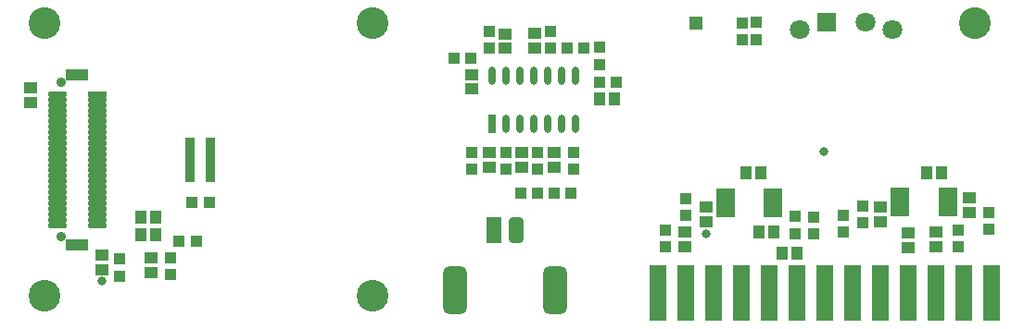
<source format=gts>
G04*
G04 #@! TF.GenerationSoftware,Altium Limited,Altium Designer,19.0.10 (269)*
G04*
G04 Layer_Color=8388736*
%FSLAX25Y25*%
%MOIN*%
G70*
G01*
G75*
%ADD34R,0.06509X0.02572*%
%ADD35R,0.04537X0.04143*%
%ADD36R,0.03800X0.02200*%
%ADD37R,0.04147X0.04147*%
%ADD38R,0.04143X0.04537*%
%ADD39R,0.04147X0.04147*%
%ADD40R,0.06312X0.20485*%
%ADD41O,0.02572X0.06509*%
%ADD42R,0.02572X0.06509*%
G04:AMPARAMS|DCode=43|XSize=55.24mil|YSize=94.61mil|CornerRadius=15.81mil|HoleSize=0mil|Usage=FLASHONLY|Rotation=0.000|XOffset=0mil|YOffset=0mil|HoleType=Round|Shape=RoundedRectangle|*
%AMROUNDEDRECTD43*
21,1,0.05524,0.06299,0,0,0.0*
21,1,0.02362,0.09461,0,0,0.0*
1,1,0.03162,0.01181,-0.03150*
1,1,0.03162,-0.01181,-0.03150*
1,1,0.03162,-0.01181,0.03150*
1,1,0.03162,0.01181,0.03150*
%
%ADD43ROUNDEDRECTD43*%
%ADD44R,0.05524X0.09461*%
G04:AMPARAMS|DCode=45|XSize=86.74mil|YSize=173.35mil|CornerRadius=23.68mil|HoleSize=0mil|Usage=FLASHONLY|Rotation=0.000|XOffset=0mil|YOffset=0mil|HoleType=Round|Shape=RoundedRectangle|*
%AMROUNDEDRECTD45*
21,1,0.08674,0.12598,0,0,0.0*
21,1,0.03937,0.17335,0,0,0.0*
1,1,0.04737,0.01968,-0.06299*
1,1,0.04737,-0.01968,-0.06299*
1,1,0.04737,-0.01968,0.06299*
1,1,0.04737,0.01968,0.06299*
%
%ADD45ROUNDEDRECTD45*%
%ADD46R,0.03950X0.03950*%
%ADD47R,0.04737X0.04737*%
%ADD48R,0.07887X0.03950*%
%ADD49R,0.07099X0.01981*%
%ADD50O,0.07099X0.01981*%
%ADD51C,0.07099*%
%ADD52R,0.07099X0.07099*%
%ADD53C,0.11430*%
%ADD54C,0.03556*%
%ADD55C,0.03162*%
D34*
X334941Y39926D02*
D03*
Y42485D02*
D03*
Y45044D02*
D03*
Y47603D02*
D03*
X317618Y39926D02*
D03*
Y42485D02*
D03*
Y45044D02*
D03*
Y47603D02*
D03*
X272038Y39656D02*
D03*
Y42215D02*
D03*
Y44774D02*
D03*
Y47333D02*
D03*
X254715Y39656D02*
D03*
Y42215D02*
D03*
Y44774D02*
D03*
Y47333D02*
D03*
D35*
X320394Y27224D02*
D03*
Y32539D02*
D03*
X48228Y23622D02*
D03*
Y18307D02*
D03*
X30709Y24705D02*
D03*
Y19390D02*
D03*
X4921Y79724D02*
D03*
Y85039D02*
D03*
X330709Y27559D02*
D03*
Y32874D02*
D03*
X342520Y39827D02*
D03*
Y45142D02*
D03*
X310394Y42028D02*
D03*
Y36713D02*
D03*
X240158Y27559D02*
D03*
Y32874D02*
D03*
X248031Y42028D02*
D03*
Y36713D02*
D03*
X193280Y61551D02*
D03*
Y56236D02*
D03*
X181468Y61630D02*
D03*
Y56315D02*
D03*
X163386Y89764D02*
D03*
Y84449D02*
D03*
X169783Y61657D02*
D03*
Y56342D02*
D03*
X186073Y99360D02*
D03*
Y104675D02*
D03*
X175689Y99133D02*
D03*
Y104448D02*
D03*
D36*
X69595Y52055D02*
D03*
Y54055D02*
D03*
Y56055D02*
D03*
Y58055D02*
D03*
Y60055D02*
D03*
Y62055D02*
D03*
Y64055D02*
D03*
Y66055D02*
D03*
X62295D02*
D03*
Y64055D02*
D03*
Y62055D02*
D03*
Y60055D02*
D03*
Y58055D02*
D03*
Y56055D02*
D03*
Y54055D02*
D03*
Y52055D02*
D03*
D37*
X69095Y43765D02*
D03*
X62992D02*
D03*
X64468Y29528D02*
D03*
X58366D02*
D03*
X199185Y46787D02*
D03*
X193083D02*
D03*
X181272D02*
D03*
X187374D02*
D03*
X157185Y95669D02*
D03*
X163287D02*
D03*
X215589Y86891D02*
D03*
X209487D02*
D03*
X197785Y99360D02*
D03*
X203888D02*
D03*
D38*
X44488Y38189D02*
D03*
X49803D02*
D03*
X44587Y31890D02*
D03*
X49902D02*
D03*
X332382Y54391D02*
D03*
X327067D02*
D03*
X267421Y54181D02*
D03*
X262106D02*
D03*
X272082Y32874D02*
D03*
X266767D02*
D03*
X280601Y25377D02*
D03*
X275286D02*
D03*
X209487Y80986D02*
D03*
X214802D02*
D03*
D39*
X55118Y17520D02*
D03*
Y23622D02*
D03*
X37008Y17028D02*
D03*
Y23130D02*
D03*
X338583Y27559D02*
D03*
Y33661D02*
D03*
X297244Y32845D02*
D03*
Y38947D02*
D03*
X349410Y33824D02*
D03*
Y39926D02*
D03*
X304134Y36319D02*
D03*
Y42421D02*
D03*
X286638Y32260D02*
D03*
Y38362D02*
D03*
X279786Y32382D02*
D03*
Y38484D02*
D03*
X240394Y38976D02*
D03*
Y45079D02*
D03*
X200102Y55449D02*
D03*
Y61551D02*
D03*
X187374Y55528D02*
D03*
Y61630D02*
D03*
X175984Y61713D02*
D03*
Y55610D02*
D03*
X163386Y55449D02*
D03*
Y61551D02*
D03*
X209610Y93405D02*
D03*
Y99508D02*
D03*
X191978Y105364D02*
D03*
Y99262D02*
D03*
X265738Y102442D02*
D03*
Y108544D02*
D03*
X169783Y105235D02*
D03*
Y99133D02*
D03*
X233268Y33563D02*
D03*
Y27461D02*
D03*
D40*
X350394Y11024D02*
D03*
X340394D02*
D03*
X330394D02*
D03*
X320394D02*
D03*
X310394D02*
D03*
X300394D02*
D03*
X290394D02*
D03*
X280394D02*
D03*
X270394D02*
D03*
X260394D02*
D03*
X250394D02*
D03*
X240394D02*
D03*
X230394D02*
D03*
D41*
X200720Y89370D02*
D03*
X195720D02*
D03*
X190720D02*
D03*
X185720D02*
D03*
X180720D02*
D03*
X175720D02*
D03*
X170720D02*
D03*
X200720Y72048D02*
D03*
X195720D02*
D03*
X190720D02*
D03*
X185720D02*
D03*
X180720D02*
D03*
X175720D02*
D03*
D42*
X170720D02*
D03*
D43*
X179528Y33779D02*
D03*
D44*
X171653D02*
D03*
D45*
X157480Y11811D02*
D03*
X193701D02*
D03*
D46*
X260778Y108268D02*
D03*
Y102362D02*
D03*
D47*
X244094Y108268D02*
D03*
D48*
X21654Y28346D02*
D03*
Y89764D02*
D03*
D49*
X28740Y82677D02*
D03*
D50*
Y80709D02*
D03*
Y78740D02*
D03*
Y76772D02*
D03*
Y74803D02*
D03*
Y72835D02*
D03*
Y70866D02*
D03*
Y68898D02*
D03*
Y66929D02*
D03*
Y64961D02*
D03*
Y62992D02*
D03*
Y61024D02*
D03*
Y59055D02*
D03*
Y57087D02*
D03*
Y55118D02*
D03*
Y53150D02*
D03*
Y51181D02*
D03*
Y49213D02*
D03*
Y47244D02*
D03*
Y45276D02*
D03*
Y43307D02*
D03*
Y41339D02*
D03*
Y39370D02*
D03*
Y37402D02*
D03*
Y35433D02*
D03*
X14567D02*
D03*
Y37402D02*
D03*
Y39370D02*
D03*
Y41339D02*
D03*
Y43307D02*
D03*
Y45276D02*
D03*
Y47244D02*
D03*
Y49213D02*
D03*
Y51181D02*
D03*
Y53150D02*
D03*
Y55118D02*
D03*
Y57087D02*
D03*
Y59055D02*
D03*
Y61024D02*
D03*
Y62992D02*
D03*
Y64961D02*
D03*
Y66929D02*
D03*
Y68898D02*
D03*
Y70866D02*
D03*
Y72835D02*
D03*
Y74803D02*
D03*
Y76772D02*
D03*
Y78740D02*
D03*
Y80709D02*
D03*
Y82677D02*
D03*
D51*
X314961Y106064D02*
D03*
X281496D02*
D03*
X305118Y108544D02*
D03*
D52*
X291339D02*
D03*
D53*
X9843Y9843D02*
D03*
X127953D02*
D03*
Y108268D02*
D03*
X9843D02*
D03*
X344488Y108268D02*
D03*
D54*
X15748Y31299D02*
D03*
Y86811D02*
D03*
D55*
X290158Y62055D02*
D03*
X30709Y15354D02*
D03*
X248031Y32283D02*
D03*
M02*

</source>
